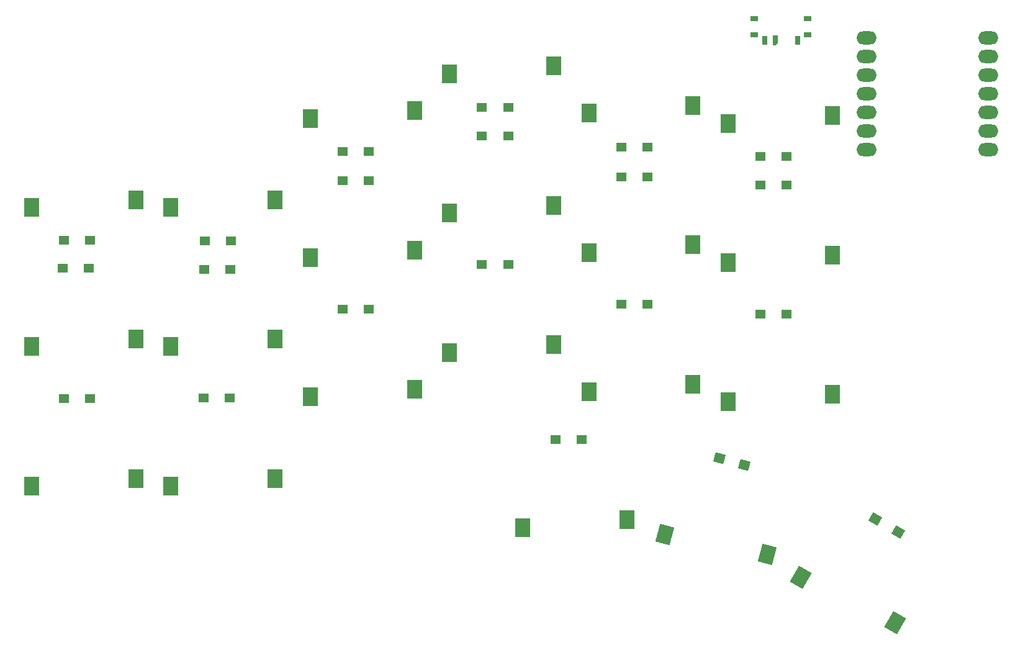
<source format=gtp>
%TF.GenerationSoftware,KiCad,Pcbnew,8.0.5*%
%TF.CreationDate,2024-10-07T20:22:22+03:00*%
%TF.ProjectId,pcb,7063622e-6b69-4636-9164-5f7063625858,rev?*%
%TF.SameCoordinates,Original*%
%TF.FileFunction,Paste,Top*%
%TF.FilePolarity,Positive*%
%FSLAX46Y46*%
G04 Gerber Fmt 4.6, Leading zero omitted, Abs format (unit mm)*
G04 Created by KiCad (PCBNEW 8.0.5) date 2024-10-07 20:22:22*
%MOMM*%
%LPD*%
G01*
G04 APERTURE LIST*
G04 Aperture macros list*
%AMRotRect*
0 Rectangle, with rotation*
0 The origin of the aperture is its center*
0 $1 length*
0 $2 width*
0 $3 Rotation angle, in degrees counterclockwise*
0 Add horizontal line*
21,1,$1,$2,0,0,$3*%
%AMOutline5P*
0 Free polygon, 5 corners , with rotation*
0 The origin of the aperture is its center*
0 number of corners: always 5*
0 $1 to $10 corner X, Y*
0 $11 Rotation angle, in degrees counterclockwise*
0 create outline with 5 corners*
4,1,5,$1,$2,$3,$4,$5,$6,$7,$8,$9,$10,$1,$2,$11*%
%AMOutline6P*
0 Free polygon, 6 corners , with rotation*
0 The origin of the aperture is its center*
0 number of corners: always 6*
0 $1 to $12 corner X, Y*
0 $13 Rotation angle, in degrees counterclockwise*
0 create outline with 6 corners*
4,1,6,$1,$2,$3,$4,$5,$6,$7,$8,$9,$10,$11,$12,$1,$2,$13*%
%AMOutline7P*
0 Free polygon, 7 corners , with rotation*
0 The origin of the aperture is its center*
0 number of corners: always 7*
0 $1 to $14 corner X, Y*
0 $15 Rotation angle, in degrees counterclockwise*
0 create outline with 7 corners*
4,1,7,$1,$2,$3,$4,$5,$6,$7,$8,$9,$10,$11,$12,$13,$14,$1,$2,$15*%
%AMOutline8P*
0 Free polygon, 8 corners , with rotation*
0 The origin of the aperture is its center*
0 number of corners: always 8*
0 $1 to $16 corner X, Y*
0 $17 Rotation angle, in degrees counterclockwise*
0 create outline with 8 corners*
4,1,8,$1,$2,$3,$4,$5,$6,$7,$8,$9,$10,$11,$12,$13,$14,$15,$16,$1,$2,$17*%
G04 Aperture macros list end*
%ADD10RotRect,2.000000X2.500000X330.000000*%
%ADD11R,2.000000X2.500000*%
%ADD12RotRect,2.000000X2.500000X345.000000*%
%ADD13RotRect,1.425000X1.300000X165.000000*%
%ADD14R,1.425000X1.300000*%
%ADD15RotRect,1.425000X1.300000X150.000000*%
%ADD16O,2.750000X1.800000*%
%ADD17R,1.000000X0.800000*%
%ADD18R,0.700000X1.280000*%
%ADD19Outline5P,-0.350000X0.640000X0.350000X0.640000X0.350000X-0.360000X0.070000X-0.640000X-0.350000X-0.640000X0.000000*%
G04 APERTURE END LIST*
D10*
X183232906Y-132298819D03*
X196055467Y-138489492D03*
D11*
X116300000Y-88690970D03*
X130500000Y-87640970D03*
D12*
X164658126Y-126472581D03*
X178646033Y-129133590D03*
D11*
X97300000Y-81840970D03*
X111500000Y-80790970D03*
X78300000Y-100840970D03*
X92500000Y-99790970D03*
X154300000Y-68990970D03*
X168500000Y-67940970D03*
X116300000Y-107690970D03*
X130500000Y-106640970D03*
X173300000Y-89365970D03*
X187500000Y-88315970D03*
X173300000Y-70365970D03*
X187500000Y-69315970D03*
X154300000Y-106990970D03*
X168500000Y-105940970D03*
X154300000Y-87990970D03*
X168500000Y-86940970D03*
X116300000Y-69690970D03*
X130500000Y-68640970D03*
X173300000Y-108365970D03*
X187500000Y-107315970D03*
X97300000Y-100840970D03*
X111500000Y-99790970D03*
X135300000Y-63615970D03*
X149500000Y-62565970D03*
X145300000Y-125490700D03*
X159500000Y-124440700D03*
X78300000Y-81840970D03*
X92500000Y-80790970D03*
X135300000Y-101615970D03*
X149500000Y-100565970D03*
X97300000Y-119840970D03*
X111500000Y-118790970D03*
X78300000Y-119840970D03*
X92500000Y-118790970D03*
X135300000Y-82615970D03*
X149500000Y-81565970D03*
D13*
X175526592Y-116962639D03*
X172073408Y-116037361D03*
D14*
X181287500Y-96400000D03*
X177712500Y-96400000D03*
D15*
X196448020Y-126093750D03*
X193351980Y-124306250D03*
D14*
X153287500Y-113500000D03*
X149712500Y-113500000D03*
X105487500Y-86400000D03*
X101912500Y-86400000D03*
X105419500Y-90297000D03*
X101844500Y-90297000D03*
X162287500Y-95000000D03*
X158712500Y-95000000D03*
X181287500Y-74900000D03*
X177712500Y-74900000D03*
X86115500Y-90170000D03*
X82540500Y-90170000D03*
X181287500Y-78800000D03*
X177712500Y-78800000D03*
X143287500Y-68200000D03*
X139712500Y-68200000D03*
X143287500Y-72100000D03*
X139712500Y-72100000D03*
D16*
X208794960Y-58696046D03*
X208794960Y-61236046D03*
X208794960Y-63776046D03*
X208794960Y-66316046D03*
X208794960Y-68856046D03*
X208794960Y-71396046D03*
X208794960Y-73936046D03*
X192205040Y-73936046D03*
X192205040Y-71396046D03*
X192205040Y-68856046D03*
X192205040Y-66316046D03*
X192205040Y-63776046D03*
X192205040Y-61236046D03*
X192205040Y-58696046D03*
D14*
X162287500Y-73600000D03*
X158712500Y-73600000D03*
X124287500Y-74200000D03*
X120712500Y-74200000D03*
X143287500Y-89600000D03*
X139712500Y-89600000D03*
X86287500Y-107900000D03*
X82712500Y-107900000D03*
X162287500Y-77700000D03*
X158712500Y-77700000D03*
D17*
X184150000Y-58300970D03*
X184150000Y-56080970D03*
X176850000Y-58300970D03*
X176850000Y-56080970D03*
D18*
X182750000Y-59060970D03*
D19*
X179750000Y-59060970D03*
D18*
X178250000Y-59060970D03*
D14*
X124287500Y-78200000D03*
X120712500Y-78200000D03*
X86287500Y-86360000D03*
X82712500Y-86360000D03*
X124287500Y-95700000D03*
X120712500Y-95700000D03*
X105287500Y-107800000D03*
X101712500Y-107800000D03*
M02*

</source>
